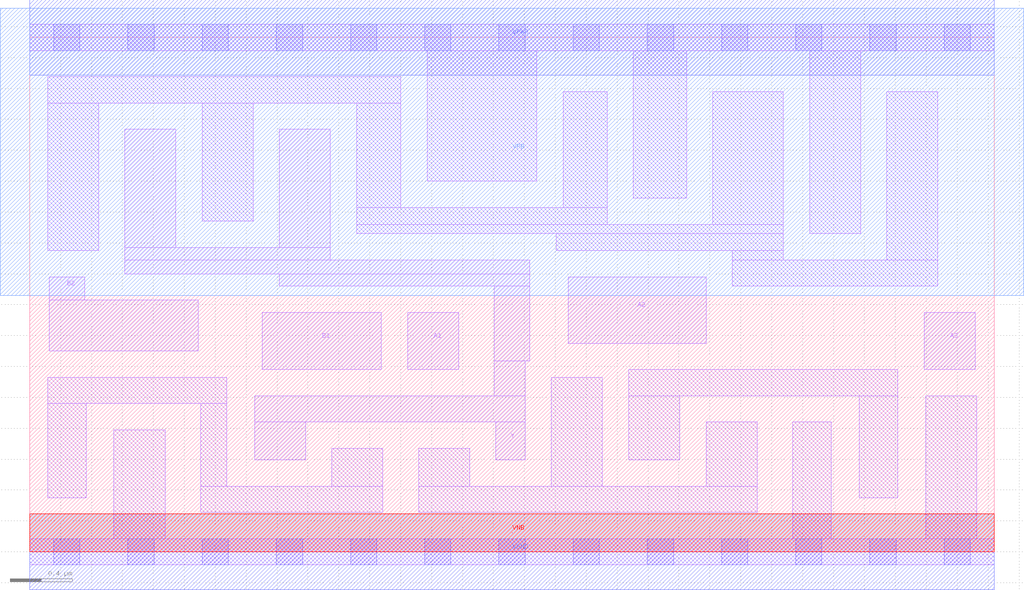
<source format=lef>
# Copyright 2020 The SkyWater PDK Authors
#
# Licensed under the Apache License, Version 2.0 (the "License");
# you may not use this file except in compliance with the License.
# You may obtain a copy of the License at
#
#     https://www.apache.org/licenses/LICENSE-2.0
#
# Unless required by applicable law or agreed to in writing, software
# distributed under the License is distributed on an "AS IS" BASIS,
# WITHOUT WARRANTIES OR CONDITIONS OF ANY KIND, either express or implied.
# See the License for the specific language governing permissions and
# limitations under the License.
#
# SPDX-License-Identifier: Apache-2.0

VERSION 5.7 ;
  NOWIREEXTENSIONATPIN ON ;
  DIVIDERCHAR "/" ;
  BUSBITCHARS "[]" ;
MACRO sky130_fd_sc_ls__a32oi_2
  CLASS CORE ;
  FOREIGN sky130_fd_sc_ls__a32oi_2 ;
  ORIGIN  0.000000  0.000000 ;
  SIZE  6.240000 BY  3.330000 ;
  SYMMETRY X Y ;
  SITE unit ;
  PIN A1
    ANTENNAGATEAREA  0.558000 ;
    DIRECTION INPUT ;
    USE SIGNAL ;
    PORT
      LAYER li1 ;
        RECT 2.445000 1.180000 2.775000 1.550000 ;
    END
  END A1
  PIN A2
    ANTENNAGATEAREA  0.558000 ;
    DIRECTION INPUT ;
    USE SIGNAL ;
    PORT
      LAYER li1 ;
        RECT 3.485000 1.350000 4.375000 1.780000 ;
    END
  END A2
  PIN A3
    ANTENNAGATEAREA  0.558000 ;
    DIRECTION INPUT ;
    USE SIGNAL ;
    PORT
      LAYER li1 ;
        RECT 5.785000 1.180000 6.115000 1.550000 ;
    END
  END A3
  PIN B1
    ANTENNAGATEAREA  0.558000 ;
    DIRECTION INPUT ;
    USE SIGNAL ;
    PORT
      LAYER li1 ;
        RECT 1.505000 1.180000 2.275000 1.550000 ;
    END
  END B1
  PIN B2
    ANTENNAGATEAREA  0.558000 ;
    DIRECTION INPUT ;
    USE SIGNAL ;
    PORT
      LAYER li1 ;
        RECT 0.125000 1.300000 1.090000 1.630000 ;
        RECT 0.125000 1.630000 0.355000 1.780000 ;
    END
  END B2
  PIN Y
    ANTENNADIFFAREA  1.192800 ;
    DIRECTION OUTPUT ;
    USE SIGNAL ;
    PORT
      LAYER li1 ;
        RECT 0.615000 1.800000 3.235000 1.890000 ;
        RECT 0.615000 1.890000 1.945000 1.970000 ;
        RECT 0.615000 1.970000 0.945000 2.735000 ;
        RECT 1.455000 0.595000 1.785000 0.840000 ;
        RECT 1.455000 0.840000 3.205000 1.010000 ;
        RECT 1.615000 1.720000 3.235000 1.800000 ;
        RECT 1.615000 1.970000 1.945000 2.735000 ;
        RECT 3.005000 1.010000 3.205000 1.235000 ;
        RECT 3.005000 1.235000 3.235000 1.720000 ;
        RECT 3.015000 0.595000 3.205000 0.840000 ;
    END
  END Y
  PIN VGND
    DIRECTION INOUT ;
    SHAPE ABUTMENT ;
    USE GROUND ;
    PORT
      LAYER met1 ;
        RECT 0.000000 -0.245000 6.240000 0.245000 ;
    END
  END VGND
  PIN VNB
    DIRECTION INOUT ;
    USE GROUND ;
    PORT
      LAYER pwell ;
        RECT 0.000000 0.000000 6.240000 0.245000 ;
    END
  END VNB
  PIN VPB
    DIRECTION INOUT ;
    USE POWER ;
    PORT
      LAYER nwell ;
        RECT -0.190000 1.660000 6.430000 3.520000 ;
    END
  END VPB
  PIN VPWR
    DIRECTION INOUT ;
    SHAPE ABUTMENT ;
    USE POWER ;
    PORT
      LAYER met1 ;
        RECT 0.000000 3.085000 6.240000 3.575000 ;
    END
  END VPWR
  OBS
    LAYER li1 ;
      RECT 0.000000 -0.085000 6.240000 0.085000 ;
      RECT 0.000000  3.245000 6.240000 3.415000 ;
      RECT 0.115000  0.350000 0.365000 0.960000 ;
      RECT 0.115000  0.960000 1.275000 1.130000 ;
      RECT 0.115000  1.950000 0.445000 2.905000 ;
      RECT 0.115000  2.905000 2.400000 3.075000 ;
      RECT 0.545000  0.085000 0.875000 0.790000 ;
      RECT 1.105000  0.255000 2.285000 0.425000 ;
      RECT 1.105000  0.425000 1.275000 0.960000 ;
      RECT 1.115000  2.140000 1.445000 2.905000 ;
      RECT 1.955000  0.425000 2.285000 0.670000 ;
      RECT 2.115000  2.060000 4.875000 2.120000 ;
      RECT 2.115000  2.120000 3.735000 2.230000 ;
      RECT 2.115000  2.230000 2.400000 2.905000 ;
      RECT 2.515000  0.255000 4.705000 0.425000 ;
      RECT 2.515000  0.425000 2.845000 0.670000 ;
      RECT 2.570000  2.400000 3.280000 3.245000 ;
      RECT 3.375000  0.425000 3.705000 1.130000 ;
      RECT 3.405000  1.950000 4.875000 2.060000 ;
      RECT 3.450000  2.230000 3.735000 2.980000 ;
      RECT 3.875000  0.595000 4.205000 1.010000 ;
      RECT 3.875000  1.010000 5.615000 1.180000 ;
      RECT 3.905000  2.290000 4.250000 3.245000 ;
      RECT 4.375000  0.425000 4.705000 0.840000 ;
      RECT 4.420000  2.120000 4.875000 2.980000 ;
      RECT 4.545000  1.720000 5.875000 1.890000 ;
      RECT 4.545000  1.890000 4.875000 1.950000 ;
      RECT 4.935000  0.085000 5.185000 0.840000 ;
      RECT 5.045000  2.060000 5.375000 3.245000 ;
      RECT 5.365000  0.350000 5.615000 1.010000 ;
      RECT 5.545000  1.890000 5.875000 2.980000 ;
      RECT 5.795000  0.085000 6.125000 1.010000 ;
    LAYER mcon ;
      RECT 0.155000 -0.085000 0.325000 0.085000 ;
      RECT 0.155000  3.245000 0.325000 3.415000 ;
      RECT 0.635000 -0.085000 0.805000 0.085000 ;
      RECT 0.635000  3.245000 0.805000 3.415000 ;
      RECT 1.115000 -0.085000 1.285000 0.085000 ;
      RECT 1.115000  3.245000 1.285000 3.415000 ;
      RECT 1.595000 -0.085000 1.765000 0.085000 ;
      RECT 1.595000  3.245000 1.765000 3.415000 ;
      RECT 2.075000 -0.085000 2.245000 0.085000 ;
      RECT 2.075000  3.245000 2.245000 3.415000 ;
      RECT 2.555000 -0.085000 2.725000 0.085000 ;
      RECT 2.555000  3.245000 2.725000 3.415000 ;
      RECT 3.035000 -0.085000 3.205000 0.085000 ;
      RECT 3.035000  3.245000 3.205000 3.415000 ;
      RECT 3.515000 -0.085000 3.685000 0.085000 ;
      RECT 3.515000  3.245000 3.685000 3.415000 ;
      RECT 3.995000 -0.085000 4.165000 0.085000 ;
      RECT 3.995000  3.245000 4.165000 3.415000 ;
      RECT 4.475000 -0.085000 4.645000 0.085000 ;
      RECT 4.475000  3.245000 4.645000 3.415000 ;
      RECT 4.955000 -0.085000 5.125000 0.085000 ;
      RECT 4.955000  3.245000 5.125000 3.415000 ;
      RECT 5.435000 -0.085000 5.605000 0.085000 ;
      RECT 5.435000  3.245000 5.605000 3.415000 ;
      RECT 5.915000 -0.085000 6.085000 0.085000 ;
      RECT 5.915000  3.245000 6.085000 3.415000 ;
  END
END sky130_fd_sc_ls__a32oi_2
END LIBRARY

</source>
